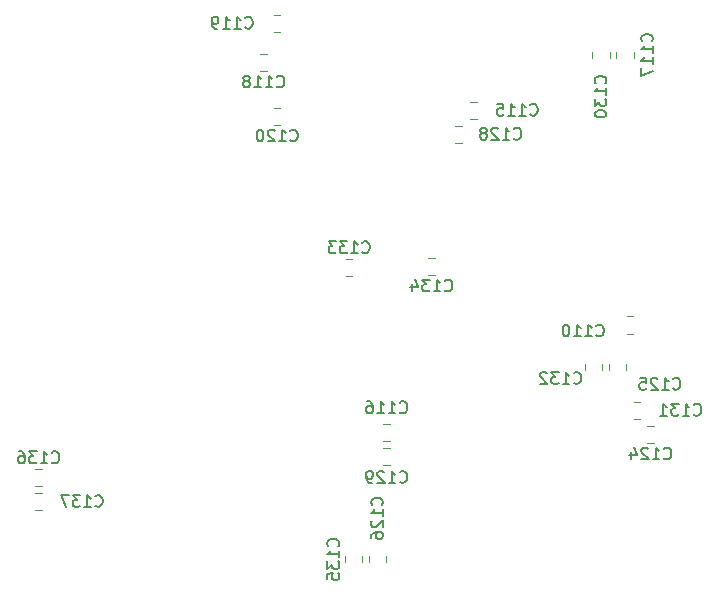
<source format=gbr>
%TF.GenerationSoftware,KiCad,Pcbnew,8.0.7*%
%TF.CreationDate,2024-12-25T18:39:50+01:00*%
%TF.ProjectId,33120a,33333132-3061-42e6-9b69-6361645f7063,rev?*%
%TF.SameCoordinates,Original*%
%TF.FileFunction,Legend,Bot*%
%TF.FilePolarity,Positive*%
%FSLAX46Y46*%
G04 Gerber Fmt 4.6, Leading zero omitted, Abs format (unit mm)*
G04 Created by KiCad (PCBNEW 8.0.7) date 2024-12-25 18:39:50*
%MOMM*%
%LPD*%
G01*
G04 APERTURE LIST*
%ADD10C,0.150000*%
%ADD11C,0.120000*%
G04 APERTURE END LIST*
D10*
X134977047Y-121771580D02*
X135024666Y-121819200D01*
X135024666Y-121819200D02*
X135167523Y-121866819D01*
X135167523Y-121866819D02*
X135262761Y-121866819D01*
X135262761Y-121866819D02*
X135405618Y-121819200D01*
X135405618Y-121819200D02*
X135500856Y-121723961D01*
X135500856Y-121723961D02*
X135548475Y-121628723D01*
X135548475Y-121628723D02*
X135596094Y-121438247D01*
X135596094Y-121438247D02*
X135596094Y-121295390D01*
X135596094Y-121295390D02*
X135548475Y-121104914D01*
X135548475Y-121104914D02*
X135500856Y-121009676D01*
X135500856Y-121009676D02*
X135405618Y-120914438D01*
X135405618Y-120914438D02*
X135262761Y-120866819D01*
X135262761Y-120866819D02*
X135167523Y-120866819D01*
X135167523Y-120866819D02*
X135024666Y-120914438D01*
X135024666Y-120914438D02*
X134977047Y-120962057D01*
X134024666Y-121866819D02*
X134596094Y-121866819D01*
X134310380Y-121866819D02*
X134310380Y-120866819D01*
X134310380Y-120866819D02*
X134405618Y-121009676D01*
X134405618Y-121009676D02*
X134500856Y-121104914D01*
X134500856Y-121104914D02*
X134596094Y-121152533D01*
X133643713Y-120962057D02*
X133596094Y-120914438D01*
X133596094Y-120914438D02*
X133500856Y-120866819D01*
X133500856Y-120866819D02*
X133262761Y-120866819D01*
X133262761Y-120866819D02*
X133167523Y-120914438D01*
X133167523Y-120914438D02*
X133119904Y-120962057D01*
X133119904Y-120962057D02*
X133072285Y-121057295D01*
X133072285Y-121057295D02*
X133072285Y-121152533D01*
X133072285Y-121152533D02*
X133119904Y-121295390D01*
X133119904Y-121295390D02*
X133691332Y-121866819D01*
X133691332Y-121866819D02*
X133072285Y-121866819D01*
X132596094Y-121866819D02*
X132405618Y-121866819D01*
X132405618Y-121866819D02*
X132310380Y-121819200D01*
X132310380Y-121819200D02*
X132262761Y-121771580D01*
X132262761Y-121771580D02*
X132167523Y-121628723D01*
X132167523Y-121628723D02*
X132119904Y-121438247D01*
X132119904Y-121438247D02*
X132119904Y-121057295D01*
X132119904Y-121057295D02*
X132167523Y-120962057D01*
X132167523Y-120962057D02*
X132215142Y-120914438D01*
X132215142Y-120914438D02*
X132310380Y-120866819D01*
X132310380Y-120866819D02*
X132500856Y-120866819D01*
X132500856Y-120866819D02*
X132596094Y-120914438D01*
X132596094Y-120914438D02*
X132643713Y-120962057D01*
X132643713Y-120962057D02*
X132691332Y-121057295D01*
X132691332Y-121057295D02*
X132691332Y-121295390D01*
X132691332Y-121295390D02*
X132643713Y-121390628D01*
X132643713Y-121390628D02*
X132596094Y-121438247D01*
X132596094Y-121438247D02*
X132500856Y-121485866D01*
X132500856Y-121485866D02*
X132310380Y-121485866D01*
X132310380Y-121485866D02*
X132215142Y-121438247D01*
X132215142Y-121438247D02*
X132167523Y-121390628D01*
X132167523Y-121390628D02*
X132119904Y-121295390D01*
X159869047Y-116056580D02*
X159916666Y-116104200D01*
X159916666Y-116104200D02*
X160059523Y-116151819D01*
X160059523Y-116151819D02*
X160154761Y-116151819D01*
X160154761Y-116151819D02*
X160297618Y-116104200D01*
X160297618Y-116104200D02*
X160392856Y-116008961D01*
X160392856Y-116008961D02*
X160440475Y-115913723D01*
X160440475Y-115913723D02*
X160488094Y-115723247D01*
X160488094Y-115723247D02*
X160488094Y-115580390D01*
X160488094Y-115580390D02*
X160440475Y-115389914D01*
X160440475Y-115389914D02*
X160392856Y-115294676D01*
X160392856Y-115294676D02*
X160297618Y-115199438D01*
X160297618Y-115199438D02*
X160154761Y-115151819D01*
X160154761Y-115151819D02*
X160059523Y-115151819D01*
X160059523Y-115151819D02*
X159916666Y-115199438D01*
X159916666Y-115199438D02*
X159869047Y-115247057D01*
X158916666Y-116151819D02*
X159488094Y-116151819D01*
X159202380Y-116151819D02*
X159202380Y-115151819D01*
X159202380Y-115151819D02*
X159297618Y-115294676D01*
X159297618Y-115294676D02*
X159392856Y-115389914D01*
X159392856Y-115389914D02*
X159488094Y-115437533D01*
X158583332Y-115151819D02*
X157964285Y-115151819D01*
X157964285Y-115151819D02*
X158297618Y-115532771D01*
X158297618Y-115532771D02*
X158154761Y-115532771D01*
X158154761Y-115532771D02*
X158059523Y-115580390D01*
X158059523Y-115580390D02*
X158011904Y-115628009D01*
X158011904Y-115628009D02*
X157964285Y-115723247D01*
X157964285Y-115723247D02*
X157964285Y-115961342D01*
X157964285Y-115961342D02*
X158011904Y-116056580D01*
X158011904Y-116056580D02*
X158059523Y-116104200D01*
X158059523Y-116104200D02*
X158154761Y-116151819D01*
X158154761Y-116151819D02*
X158440475Y-116151819D01*
X158440475Y-116151819D02*
X158535713Y-116104200D01*
X158535713Y-116104200D02*
X158583332Y-116056580D01*
X157011904Y-116151819D02*
X157583332Y-116151819D01*
X157297618Y-116151819D02*
X157297618Y-115151819D01*
X157297618Y-115151819D02*
X157392856Y-115294676D01*
X157392856Y-115294676D02*
X157488094Y-115389914D01*
X157488094Y-115389914D02*
X157583332Y-115437533D01*
X152378580Y-88034952D02*
X152426200Y-87987333D01*
X152426200Y-87987333D02*
X152473819Y-87844476D01*
X152473819Y-87844476D02*
X152473819Y-87749238D01*
X152473819Y-87749238D02*
X152426200Y-87606381D01*
X152426200Y-87606381D02*
X152330961Y-87511143D01*
X152330961Y-87511143D02*
X152235723Y-87463524D01*
X152235723Y-87463524D02*
X152045247Y-87415905D01*
X152045247Y-87415905D02*
X151902390Y-87415905D01*
X151902390Y-87415905D02*
X151711914Y-87463524D01*
X151711914Y-87463524D02*
X151616676Y-87511143D01*
X151616676Y-87511143D02*
X151521438Y-87606381D01*
X151521438Y-87606381D02*
X151473819Y-87749238D01*
X151473819Y-87749238D02*
X151473819Y-87844476D01*
X151473819Y-87844476D02*
X151521438Y-87987333D01*
X151521438Y-87987333D02*
X151569057Y-88034952D01*
X152473819Y-88987333D02*
X152473819Y-88415905D01*
X152473819Y-88701619D02*
X151473819Y-88701619D01*
X151473819Y-88701619D02*
X151616676Y-88606381D01*
X151616676Y-88606381D02*
X151711914Y-88511143D01*
X151711914Y-88511143D02*
X151759533Y-88415905D01*
X151473819Y-89320667D02*
X151473819Y-89939714D01*
X151473819Y-89939714D02*
X151854771Y-89606381D01*
X151854771Y-89606381D02*
X151854771Y-89749238D01*
X151854771Y-89749238D02*
X151902390Y-89844476D01*
X151902390Y-89844476D02*
X151950009Y-89892095D01*
X151950009Y-89892095D02*
X152045247Y-89939714D01*
X152045247Y-89939714D02*
X152283342Y-89939714D01*
X152283342Y-89939714D02*
X152378580Y-89892095D01*
X152378580Y-89892095D02*
X152426200Y-89844476D01*
X152426200Y-89844476D02*
X152473819Y-89749238D01*
X152473819Y-89749238D02*
X152473819Y-89463524D01*
X152473819Y-89463524D02*
X152426200Y-89368286D01*
X152426200Y-89368286D02*
X152378580Y-89320667D01*
X151473819Y-90558762D02*
X151473819Y-90654000D01*
X151473819Y-90654000D02*
X151521438Y-90749238D01*
X151521438Y-90749238D02*
X151569057Y-90796857D01*
X151569057Y-90796857D02*
X151664295Y-90844476D01*
X151664295Y-90844476D02*
X151854771Y-90892095D01*
X151854771Y-90892095D02*
X152092866Y-90892095D01*
X152092866Y-90892095D02*
X152283342Y-90844476D01*
X152283342Y-90844476D02*
X152378580Y-90796857D01*
X152378580Y-90796857D02*
X152426200Y-90749238D01*
X152426200Y-90749238D02*
X152473819Y-90654000D01*
X152473819Y-90654000D02*
X152473819Y-90558762D01*
X152473819Y-90558762D02*
X152426200Y-90463524D01*
X152426200Y-90463524D02*
X152378580Y-90415905D01*
X152378580Y-90415905D02*
X152283342Y-90368286D01*
X152283342Y-90368286D02*
X152092866Y-90320667D01*
X152092866Y-90320667D02*
X151854771Y-90320667D01*
X151854771Y-90320667D02*
X151664295Y-90368286D01*
X151664295Y-90368286D02*
X151569057Y-90415905D01*
X151569057Y-90415905D02*
X151521438Y-90463524D01*
X151521438Y-90463524D02*
X151473819Y-90558762D01*
X146026047Y-90656580D02*
X146073666Y-90704200D01*
X146073666Y-90704200D02*
X146216523Y-90751819D01*
X146216523Y-90751819D02*
X146311761Y-90751819D01*
X146311761Y-90751819D02*
X146454618Y-90704200D01*
X146454618Y-90704200D02*
X146549856Y-90608961D01*
X146549856Y-90608961D02*
X146597475Y-90513723D01*
X146597475Y-90513723D02*
X146645094Y-90323247D01*
X146645094Y-90323247D02*
X146645094Y-90180390D01*
X146645094Y-90180390D02*
X146597475Y-89989914D01*
X146597475Y-89989914D02*
X146549856Y-89894676D01*
X146549856Y-89894676D02*
X146454618Y-89799438D01*
X146454618Y-89799438D02*
X146311761Y-89751819D01*
X146311761Y-89751819D02*
X146216523Y-89751819D01*
X146216523Y-89751819D02*
X146073666Y-89799438D01*
X146073666Y-89799438D02*
X146026047Y-89847057D01*
X145073666Y-90751819D02*
X145645094Y-90751819D01*
X145359380Y-90751819D02*
X145359380Y-89751819D01*
X145359380Y-89751819D02*
X145454618Y-89894676D01*
X145454618Y-89894676D02*
X145549856Y-89989914D01*
X145549856Y-89989914D02*
X145645094Y-90037533D01*
X144121285Y-90751819D02*
X144692713Y-90751819D01*
X144406999Y-90751819D02*
X144406999Y-89751819D01*
X144406999Y-89751819D02*
X144502237Y-89894676D01*
X144502237Y-89894676D02*
X144597475Y-89989914D01*
X144597475Y-89989914D02*
X144692713Y-90037533D01*
X143216523Y-89751819D02*
X143692713Y-89751819D01*
X143692713Y-89751819D02*
X143740332Y-90228009D01*
X143740332Y-90228009D02*
X143692713Y-90180390D01*
X143692713Y-90180390D02*
X143597475Y-90132771D01*
X143597475Y-90132771D02*
X143359380Y-90132771D01*
X143359380Y-90132771D02*
X143264142Y-90180390D01*
X143264142Y-90180390D02*
X143216523Y-90228009D01*
X143216523Y-90228009D02*
X143168904Y-90323247D01*
X143168904Y-90323247D02*
X143168904Y-90561342D01*
X143168904Y-90561342D02*
X143216523Y-90656580D01*
X143216523Y-90656580D02*
X143264142Y-90704200D01*
X143264142Y-90704200D02*
X143359380Y-90751819D01*
X143359380Y-90751819D02*
X143597475Y-90751819D01*
X143597475Y-90751819D02*
X143692713Y-90704200D01*
X143692713Y-90704200D02*
X143740332Y-90656580D01*
X157329047Y-119768580D02*
X157376666Y-119816200D01*
X157376666Y-119816200D02*
X157519523Y-119863819D01*
X157519523Y-119863819D02*
X157614761Y-119863819D01*
X157614761Y-119863819D02*
X157757618Y-119816200D01*
X157757618Y-119816200D02*
X157852856Y-119720961D01*
X157852856Y-119720961D02*
X157900475Y-119625723D01*
X157900475Y-119625723D02*
X157948094Y-119435247D01*
X157948094Y-119435247D02*
X157948094Y-119292390D01*
X157948094Y-119292390D02*
X157900475Y-119101914D01*
X157900475Y-119101914D02*
X157852856Y-119006676D01*
X157852856Y-119006676D02*
X157757618Y-118911438D01*
X157757618Y-118911438D02*
X157614761Y-118863819D01*
X157614761Y-118863819D02*
X157519523Y-118863819D01*
X157519523Y-118863819D02*
X157376666Y-118911438D01*
X157376666Y-118911438D02*
X157329047Y-118959057D01*
X156376666Y-119863819D02*
X156948094Y-119863819D01*
X156662380Y-119863819D02*
X156662380Y-118863819D01*
X156662380Y-118863819D02*
X156757618Y-119006676D01*
X156757618Y-119006676D02*
X156852856Y-119101914D01*
X156852856Y-119101914D02*
X156948094Y-119149533D01*
X155995713Y-118959057D02*
X155948094Y-118911438D01*
X155948094Y-118911438D02*
X155852856Y-118863819D01*
X155852856Y-118863819D02*
X155614761Y-118863819D01*
X155614761Y-118863819D02*
X155519523Y-118911438D01*
X155519523Y-118911438D02*
X155471904Y-118959057D01*
X155471904Y-118959057D02*
X155424285Y-119054295D01*
X155424285Y-119054295D02*
X155424285Y-119149533D01*
X155424285Y-119149533D02*
X155471904Y-119292390D01*
X155471904Y-119292390D02*
X156043332Y-119863819D01*
X156043332Y-119863819D02*
X155424285Y-119863819D01*
X154567142Y-119197152D02*
X154567142Y-119863819D01*
X154805237Y-118816200D02*
X155043332Y-119530485D01*
X155043332Y-119530485D02*
X154424285Y-119530485D01*
X151619047Y-109359580D02*
X151666666Y-109407200D01*
X151666666Y-109407200D02*
X151809523Y-109454819D01*
X151809523Y-109454819D02*
X151904761Y-109454819D01*
X151904761Y-109454819D02*
X152047618Y-109407200D01*
X152047618Y-109407200D02*
X152142856Y-109311961D01*
X152142856Y-109311961D02*
X152190475Y-109216723D01*
X152190475Y-109216723D02*
X152238094Y-109026247D01*
X152238094Y-109026247D02*
X152238094Y-108883390D01*
X152238094Y-108883390D02*
X152190475Y-108692914D01*
X152190475Y-108692914D02*
X152142856Y-108597676D01*
X152142856Y-108597676D02*
X152047618Y-108502438D01*
X152047618Y-108502438D02*
X151904761Y-108454819D01*
X151904761Y-108454819D02*
X151809523Y-108454819D01*
X151809523Y-108454819D02*
X151666666Y-108502438D01*
X151666666Y-108502438D02*
X151619047Y-108550057D01*
X150666666Y-109454819D02*
X151238094Y-109454819D01*
X150952380Y-109454819D02*
X150952380Y-108454819D01*
X150952380Y-108454819D02*
X151047618Y-108597676D01*
X151047618Y-108597676D02*
X151142856Y-108692914D01*
X151142856Y-108692914D02*
X151238094Y-108740533D01*
X149714285Y-109454819D02*
X150285713Y-109454819D01*
X149999999Y-109454819D02*
X149999999Y-108454819D01*
X149999999Y-108454819D02*
X150095237Y-108597676D01*
X150095237Y-108597676D02*
X150190475Y-108692914D01*
X150190475Y-108692914D02*
X150285713Y-108740533D01*
X149095237Y-108454819D02*
X148999999Y-108454819D01*
X148999999Y-108454819D02*
X148904761Y-108502438D01*
X148904761Y-108502438D02*
X148857142Y-108550057D01*
X148857142Y-108550057D02*
X148809523Y-108645295D01*
X148809523Y-108645295D02*
X148761904Y-108835771D01*
X148761904Y-108835771D02*
X148761904Y-109073866D01*
X148761904Y-109073866D02*
X148809523Y-109264342D01*
X148809523Y-109264342D02*
X148857142Y-109359580D01*
X148857142Y-109359580D02*
X148904761Y-109407200D01*
X148904761Y-109407200D02*
X148999999Y-109454819D01*
X148999999Y-109454819D02*
X149095237Y-109454819D01*
X149095237Y-109454819D02*
X149190475Y-109407200D01*
X149190475Y-109407200D02*
X149238094Y-109359580D01*
X149238094Y-109359580D02*
X149285713Y-109264342D01*
X149285713Y-109264342D02*
X149333332Y-109073866D01*
X149333332Y-109073866D02*
X149333332Y-108835771D01*
X149333332Y-108835771D02*
X149285713Y-108645295D01*
X149285713Y-108645295D02*
X149238094Y-108550057D01*
X149238094Y-108550057D02*
X149190475Y-108502438D01*
X149190475Y-108502438D02*
X149095237Y-108454819D01*
X125706047Y-92844580D02*
X125753666Y-92892200D01*
X125753666Y-92892200D02*
X125896523Y-92939819D01*
X125896523Y-92939819D02*
X125991761Y-92939819D01*
X125991761Y-92939819D02*
X126134618Y-92892200D01*
X126134618Y-92892200D02*
X126229856Y-92796961D01*
X126229856Y-92796961D02*
X126277475Y-92701723D01*
X126277475Y-92701723D02*
X126325094Y-92511247D01*
X126325094Y-92511247D02*
X126325094Y-92368390D01*
X126325094Y-92368390D02*
X126277475Y-92177914D01*
X126277475Y-92177914D02*
X126229856Y-92082676D01*
X126229856Y-92082676D02*
X126134618Y-91987438D01*
X126134618Y-91987438D02*
X125991761Y-91939819D01*
X125991761Y-91939819D02*
X125896523Y-91939819D01*
X125896523Y-91939819D02*
X125753666Y-91987438D01*
X125753666Y-91987438D02*
X125706047Y-92035057D01*
X124753666Y-92939819D02*
X125325094Y-92939819D01*
X125039380Y-92939819D02*
X125039380Y-91939819D01*
X125039380Y-91939819D02*
X125134618Y-92082676D01*
X125134618Y-92082676D02*
X125229856Y-92177914D01*
X125229856Y-92177914D02*
X125325094Y-92225533D01*
X124372713Y-92035057D02*
X124325094Y-91987438D01*
X124325094Y-91987438D02*
X124229856Y-91939819D01*
X124229856Y-91939819D02*
X123991761Y-91939819D01*
X123991761Y-91939819D02*
X123896523Y-91987438D01*
X123896523Y-91987438D02*
X123848904Y-92035057D01*
X123848904Y-92035057D02*
X123801285Y-92130295D01*
X123801285Y-92130295D02*
X123801285Y-92225533D01*
X123801285Y-92225533D02*
X123848904Y-92368390D01*
X123848904Y-92368390D02*
X124420332Y-92939819D01*
X124420332Y-92939819D02*
X123801285Y-92939819D01*
X123182237Y-91939819D02*
X123086999Y-91939819D01*
X123086999Y-91939819D02*
X122991761Y-91987438D01*
X122991761Y-91987438D02*
X122944142Y-92035057D01*
X122944142Y-92035057D02*
X122896523Y-92130295D01*
X122896523Y-92130295D02*
X122848904Y-92320771D01*
X122848904Y-92320771D02*
X122848904Y-92558866D01*
X122848904Y-92558866D02*
X122896523Y-92749342D01*
X122896523Y-92749342D02*
X122944142Y-92844580D01*
X122944142Y-92844580D02*
X122991761Y-92892200D01*
X122991761Y-92892200D02*
X123086999Y-92939819D01*
X123086999Y-92939819D02*
X123182237Y-92939819D01*
X123182237Y-92939819D02*
X123277475Y-92892200D01*
X123277475Y-92892200D02*
X123325094Y-92844580D01*
X123325094Y-92844580D02*
X123372713Y-92749342D01*
X123372713Y-92749342D02*
X123420332Y-92558866D01*
X123420332Y-92558866D02*
X123420332Y-92320771D01*
X123420332Y-92320771D02*
X123372713Y-92130295D01*
X123372713Y-92130295D02*
X123325094Y-92035057D01*
X123325094Y-92035057D02*
X123277475Y-91987438D01*
X123277475Y-91987438D02*
X123182237Y-91939819D01*
X138787047Y-105544580D02*
X138834666Y-105592200D01*
X138834666Y-105592200D02*
X138977523Y-105639819D01*
X138977523Y-105639819D02*
X139072761Y-105639819D01*
X139072761Y-105639819D02*
X139215618Y-105592200D01*
X139215618Y-105592200D02*
X139310856Y-105496961D01*
X139310856Y-105496961D02*
X139358475Y-105401723D01*
X139358475Y-105401723D02*
X139406094Y-105211247D01*
X139406094Y-105211247D02*
X139406094Y-105068390D01*
X139406094Y-105068390D02*
X139358475Y-104877914D01*
X139358475Y-104877914D02*
X139310856Y-104782676D01*
X139310856Y-104782676D02*
X139215618Y-104687438D01*
X139215618Y-104687438D02*
X139072761Y-104639819D01*
X139072761Y-104639819D02*
X138977523Y-104639819D01*
X138977523Y-104639819D02*
X138834666Y-104687438D01*
X138834666Y-104687438D02*
X138787047Y-104735057D01*
X137834666Y-105639819D02*
X138406094Y-105639819D01*
X138120380Y-105639819D02*
X138120380Y-104639819D01*
X138120380Y-104639819D02*
X138215618Y-104782676D01*
X138215618Y-104782676D02*
X138310856Y-104877914D01*
X138310856Y-104877914D02*
X138406094Y-104925533D01*
X137501332Y-104639819D02*
X136882285Y-104639819D01*
X136882285Y-104639819D02*
X137215618Y-105020771D01*
X137215618Y-105020771D02*
X137072761Y-105020771D01*
X137072761Y-105020771D02*
X136977523Y-105068390D01*
X136977523Y-105068390D02*
X136929904Y-105116009D01*
X136929904Y-105116009D02*
X136882285Y-105211247D01*
X136882285Y-105211247D02*
X136882285Y-105449342D01*
X136882285Y-105449342D02*
X136929904Y-105544580D01*
X136929904Y-105544580D02*
X136977523Y-105592200D01*
X136977523Y-105592200D02*
X137072761Y-105639819D01*
X137072761Y-105639819D02*
X137358475Y-105639819D01*
X137358475Y-105639819D02*
X137453713Y-105592200D01*
X137453713Y-105592200D02*
X137501332Y-105544580D01*
X136025142Y-104973152D02*
X136025142Y-105639819D01*
X136263237Y-104592200D02*
X136501332Y-105306485D01*
X136501332Y-105306485D02*
X135882285Y-105306485D01*
X105513047Y-120091580D02*
X105560666Y-120139200D01*
X105560666Y-120139200D02*
X105703523Y-120186819D01*
X105703523Y-120186819D02*
X105798761Y-120186819D01*
X105798761Y-120186819D02*
X105941618Y-120139200D01*
X105941618Y-120139200D02*
X106036856Y-120043961D01*
X106036856Y-120043961D02*
X106084475Y-119948723D01*
X106084475Y-119948723D02*
X106132094Y-119758247D01*
X106132094Y-119758247D02*
X106132094Y-119615390D01*
X106132094Y-119615390D02*
X106084475Y-119424914D01*
X106084475Y-119424914D02*
X106036856Y-119329676D01*
X106036856Y-119329676D02*
X105941618Y-119234438D01*
X105941618Y-119234438D02*
X105798761Y-119186819D01*
X105798761Y-119186819D02*
X105703523Y-119186819D01*
X105703523Y-119186819D02*
X105560666Y-119234438D01*
X105560666Y-119234438D02*
X105513047Y-119282057D01*
X104560666Y-120186819D02*
X105132094Y-120186819D01*
X104846380Y-120186819D02*
X104846380Y-119186819D01*
X104846380Y-119186819D02*
X104941618Y-119329676D01*
X104941618Y-119329676D02*
X105036856Y-119424914D01*
X105036856Y-119424914D02*
X105132094Y-119472533D01*
X104227332Y-119186819D02*
X103608285Y-119186819D01*
X103608285Y-119186819D02*
X103941618Y-119567771D01*
X103941618Y-119567771D02*
X103798761Y-119567771D01*
X103798761Y-119567771D02*
X103703523Y-119615390D01*
X103703523Y-119615390D02*
X103655904Y-119663009D01*
X103655904Y-119663009D02*
X103608285Y-119758247D01*
X103608285Y-119758247D02*
X103608285Y-119996342D01*
X103608285Y-119996342D02*
X103655904Y-120091580D01*
X103655904Y-120091580D02*
X103703523Y-120139200D01*
X103703523Y-120139200D02*
X103798761Y-120186819D01*
X103798761Y-120186819D02*
X104084475Y-120186819D01*
X104084475Y-120186819D02*
X104179713Y-120139200D01*
X104179713Y-120139200D02*
X104227332Y-120091580D01*
X102751142Y-119186819D02*
X102941618Y-119186819D01*
X102941618Y-119186819D02*
X103036856Y-119234438D01*
X103036856Y-119234438D02*
X103084475Y-119282057D01*
X103084475Y-119282057D02*
X103179713Y-119424914D01*
X103179713Y-119424914D02*
X103227332Y-119615390D01*
X103227332Y-119615390D02*
X103227332Y-119996342D01*
X103227332Y-119996342D02*
X103179713Y-120091580D01*
X103179713Y-120091580D02*
X103132094Y-120139200D01*
X103132094Y-120139200D02*
X103036856Y-120186819D01*
X103036856Y-120186819D02*
X102846380Y-120186819D01*
X102846380Y-120186819D02*
X102751142Y-120139200D01*
X102751142Y-120139200D02*
X102703523Y-120091580D01*
X102703523Y-120091580D02*
X102655904Y-119996342D01*
X102655904Y-119996342D02*
X102655904Y-119758247D01*
X102655904Y-119758247D02*
X102703523Y-119663009D01*
X102703523Y-119663009D02*
X102751142Y-119615390D01*
X102751142Y-119615390D02*
X102846380Y-119567771D01*
X102846380Y-119567771D02*
X103036856Y-119567771D01*
X103036856Y-119567771D02*
X103132094Y-119615390D01*
X103132094Y-119615390D02*
X103179713Y-119663009D01*
X103179713Y-119663009D02*
X103227332Y-119758247D01*
X149709047Y-113389580D02*
X149756666Y-113437200D01*
X149756666Y-113437200D02*
X149899523Y-113484819D01*
X149899523Y-113484819D02*
X149994761Y-113484819D01*
X149994761Y-113484819D02*
X150137618Y-113437200D01*
X150137618Y-113437200D02*
X150232856Y-113341961D01*
X150232856Y-113341961D02*
X150280475Y-113246723D01*
X150280475Y-113246723D02*
X150328094Y-113056247D01*
X150328094Y-113056247D02*
X150328094Y-112913390D01*
X150328094Y-112913390D02*
X150280475Y-112722914D01*
X150280475Y-112722914D02*
X150232856Y-112627676D01*
X150232856Y-112627676D02*
X150137618Y-112532438D01*
X150137618Y-112532438D02*
X149994761Y-112484819D01*
X149994761Y-112484819D02*
X149899523Y-112484819D01*
X149899523Y-112484819D02*
X149756666Y-112532438D01*
X149756666Y-112532438D02*
X149709047Y-112580057D01*
X148756666Y-113484819D02*
X149328094Y-113484819D01*
X149042380Y-113484819D02*
X149042380Y-112484819D01*
X149042380Y-112484819D02*
X149137618Y-112627676D01*
X149137618Y-112627676D02*
X149232856Y-112722914D01*
X149232856Y-112722914D02*
X149328094Y-112770533D01*
X148423332Y-112484819D02*
X147804285Y-112484819D01*
X147804285Y-112484819D02*
X148137618Y-112865771D01*
X148137618Y-112865771D02*
X147994761Y-112865771D01*
X147994761Y-112865771D02*
X147899523Y-112913390D01*
X147899523Y-112913390D02*
X147851904Y-112961009D01*
X147851904Y-112961009D02*
X147804285Y-113056247D01*
X147804285Y-113056247D02*
X147804285Y-113294342D01*
X147804285Y-113294342D02*
X147851904Y-113389580D01*
X147851904Y-113389580D02*
X147899523Y-113437200D01*
X147899523Y-113437200D02*
X147994761Y-113484819D01*
X147994761Y-113484819D02*
X148280475Y-113484819D01*
X148280475Y-113484819D02*
X148375713Y-113437200D01*
X148375713Y-113437200D02*
X148423332Y-113389580D01*
X147423332Y-112580057D02*
X147375713Y-112532438D01*
X147375713Y-112532438D02*
X147280475Y-112484819D01*
X147280475Y-112484819D02*
X147042380Y-112484819D01*
X147042380Y-112484819D02*
X146947142Y-112532438D01*
X146947142Y-112532438D02*
X146899523Y-112580057D01*
X146899523Y-112580057D02*
X146851904Y-112675295D01*
X146851904Y-112675295D02*
X146851904Y-112770533D01*
X146851904Y-112770533D02*
X146899523Y-112913390D01*
X146899523Y-112913390D02*
X147470951Y-113484819D01*
X147470951Y-113484819D02*
X146851904Y-113484819D01*
X121896047Y-83290580D02*
X121943666Y-83338200D01*
X121943666Y-83338200D02*
X122086523Y-83385819D01*
X122086523Y-83385819D02*
X122181761Y-83385819D01*
X122181761Y-83385819D02*
X122324618Y-83338200D01*
X122324618Y-83338200D02*
X122419856Y-83242961D01*
X122419856Y-83242961D02*
X122467475Y-83147723D01*
X122467475Y-83147723D02*
X122515094Y-82957247D01*
X122515094Y-82957247D02*
X122515094Y-82814390D01*
X122515094Y-82814390D02*
X122467475Y-82623914D01*
X122467475Y-82623914D02*
X122419856Y-82528676D01*
X122419856Y-82528676D02*
X122324618Y-82433438D01*
X122324618Y-82433438D02*
X122181761Y-82385819D01*
X122181761Y-82385819D02*
X122086523Y-82385819D01*
X122086523Y-82385819D02*
X121943666Y-82433438D01*
X121943666Y-82433438D02*
X121896047Y-82481057D01*
X120943666Y-83385819D02*
X121515094Y-83385819D01*
X121229380Y-83385819D02*
X121229380Y-82385819D01*
X121229380Y-82385819D02*
X121324618Y-82528676D01*
X121324618Y-82528676D02*
X121419856Y-82623914D01*
X121419856Y-82623914D02*
X121515094Y-82671533D01*
X119991285Y-83385819D02*
X120562713Y-83385819D01*
X120276999Y-83385819D02*
X120276999Y-82385819D01*
X120276999Y-82385819D02*
X120372237Y-82528676D01*
X120372237Y-82528676D02*
X120467475Y-82623914D01*
X120467475Y-82623914D02*
X120562713Y-82671533D01*
X119515094Y-83385819D02*
X119324618Y-83385819D01*
X119324618Y-83385819D02*
X119229380Y-83338200D01*
X119229380Y-83338200D02*
X119181761Y-83290580D01*
X119181761Y-83290580D02*
X119086523Y-83147723D01*
X119086523Y-83147723D02*
X119038904Y-82957247D01*
X119038904Y-82957247D02*
X119038904Y-82576295D01*
X119038904Y-82576295D02*
X119086523Y-82481057D01*
X119086523Y-82481057D02*
X119134142Y-82433438D01*
X119134142Y-82433438D02*
X119229380Y-82385819D01*
X119229380Y-82385819D02*
X119419856Y-82385819D01*
X119419856Y-82385819D02*
X119515094Y-82433438D01*
X119515094Y-82433438D02*
X119562713Y-82481057D01*
X119562713Y-82481057D02*
X119610332Y-82576295D01*
X119610332Y-82576295D02*
X119610332Y-82814390D01*
X119610332Y-82814390D02*
X119562713Y-82909628D01*
X119562713Y-82909628D02*
X119515094Y-82957247D01*
X119515094Y-82957247D02*
X119419856Y-83004866D01*
X119419856Y-83004866D02*
X119229380Y-83004866D01*
X119229380Y-83004866D02*
X119134142Y-82957247D01*
X119134142Y-82957247D02*
X119086523Y-82909628D01*
X119086523Y-82909628D02*
X119038904Y-82814390D01*
X109196047Y-123803580D02*
X109243666Y-123851200D01*
X109243666Y-123851200D02*
X109386523Y-123898819D01*
X109386523Y-123898819D02*
X109481761Y-123898819D01*
X109481761Y-123898819D02*
X109624618Y-123851200D01*
X109624618Y-123851200D02*
X109719856Y-123755961D01*
X109719856Y-123755961D02*
X109767475Y-123660723D01*
X109767475Y-123660723D02*
X109815094Y-123470247D01*
X109815094Y-123470247D02*
X109815094Y-123327390D01*
X109815094Y-123327390D02*
X109767475Y-123136914D01*
X109767475Y-123136914D02*
X109719856Y-123041676D01*
X109719856Y-123041676D02*
X109624618Y-122946438D01*
X109624618Y-122946438D02*
X109481761Y-122898819D01*
X109481761Y-122898819D02*
X109386523Y-122898819D01*
X109386523Y-122898819D02*
X109243666Y-122946438D01*
X109243666Y-122946438D02*
X109196047Y-122994057D01*
X108243666Y-123898819D02*
X108815094Y-123898819D01*
X108529380Y-123898819D02*
X108529380Y-122898819D01*
X108529380Y-122898819D02*
X108624618Y-123041676D01*
X108624618Y-123041676D02*
X108719856Y-123136914D01*
X108719856Y-123136914D02*
X108815094Y-123184533D01*
X107910332Y-122898819D02*
X107291285Y-122898819D01*
X107291285Y-122898819D02*
X107624618Y-123279771D01*
X107624618Y-123279771D02*
X107481761Y-123279771D01*
X107481761Y-123279771D02*
X107386523Y-123327390D01*
X107386523Y-123327390D02*
X107338904Y-123375009D01*
X107338904Y-123375009D02*
X107291285Y-123470247D01*
X107291285Y-123470247D02*
X107291285Y-123708342D01*
X107291285Y-123708342D02*
X107338904Y-123803580D01*
X107338904Y-123803580D02*
X107386523Y-123851200D01*
X107386523Y-123851200D02*
X107481761Y-123898819D01*
X107481761Y-123898819D02*
X107767475Y-123898819D01*
X107767475Y-123898819D02*
X107862713Y-123851200D01*
X107862713Y-123851200D02*
X107910332Y-123803580D01*
X106957951Y-122898819D02*
X106291285Y-122898819D01*
X106291285Y-122898819D02*
X106719856Y-123898819D01*
X124563047Y-88272580D02*
X124610666Y-88320200D01*
X124610666Y-88320200D02*
X124753523Y-88367819D01*
X124753523Y-88367819D02*
X124848761Y-88367819D01*
X124848761Y-88367819D02*
X124991618Y-88320200D01*
X124991618Y-88320200D02*
X125086856Y-88224961D01*
X125086856Y-88224961D02*
X125134475Y-88129723D01*
X125134475Y-88129723D02*
X125182094Y-87939247D01*
X125182094Y-87939247D02*
X125182094Y-87796390D01*
X125182094Y-87796390D02*
X125134475Y-87605914D01*
X125134475Y-87605914D02*
X125086856Y-87510676D01*
X125086856Y-87510676D02*
X124991618Y-87415438D01*
X124991618Y-87415438D02*
X124848761Y-87367819D01*
X124848761Y-87367819D02*
X124753523Y-87367819D01*
X124753523Y-87367819D02*
X124610666Y-87415438D01*
X124610666Y-87415438D02*
X124563047Y-87463057D01*
X123610666Y-88367819D02*
X124182094Y-88367819D01*
X123896380Y-88367819D02*
X123896380Y-87367819D01*
X123896380Y-87367819D02*
X123991618Y-87510676D01*
X123991618Y-87510676D02*
X124086856Y-87605914D01*
X124086856Y-87605914D02*
X124182094Y-87653533D01*
X122658285Y-88367819D02*
X123229713Y-88367819D01*
X122943999Y-88367819D02*
X122943999Y-87367819D01*
X122943999Y-87367819D02*
X123039237Y-87510676D01*
X123039237Y-87510676D02*
X123134475Y-87605914D01*
X123134475Y-87605914D02*
X123229713Y-87653533D01*
X122086856Y-87796390D02*
X122182094Y-87748771D01*
X122182094Y-87748771D02*
X122229713Y-87701152D01*
X122229713Y-87701152D02*
X122277332Y-87605914D01*
X122277332Y-87605914D02*
X122277332Y-87558295D01*
X122277332Y-87558295D02*
X122229713Y-87463057D01*
X122229713Y-87463057D02*
X122182094Y-87415438D01*
X122182094Y-87415438D02*
X122086856Y-87367819D01*
X122086856Y-87367819D02*
X121896380Y-87367819D01*
X121896380Y-87367819D02*
X121801142Y-87415438D01*
X121801142Y-87415438D02*
X121753523Y-87463057D01*
X121753523Y-87463057D02*
X121705904Y-87558295D01*
X121705904Y-87558295D02*
X121705904Y-87605914D01*
X121705904Y-87605914D02*
X121753523Y-87701152D01*
X121753523Y-87701152D02*
X121801142Y-87748771D01*
X121801142Y-87748771D02*
X121896380Y-87796390D01*
X121896380Y-87796390D02*
X122086856Y-87796390D01*
X122086856Y-87796390D02*
X122182094Y-87844009D01*
X122182094Y-87844009D02*
X122229713Y-87891628D01*
X122229713Y-87891628D02*
X122277332Y-87986866D01*
X122277332Y-87986866D02*
X122277332Y-88177342D01*
X122277332Y-88177342D02*
X122229713Y-88272580D01*
X122229713Y-88272580D02*
X122182094Y-88320200D01*
X122182094Y-88320200D02*
X122086856Y-88367819D01*
X122086856Y-88367819D02*
X121896380Y-88367819D01*
X121896380Y-88367819D02*
X121801142Y-88320200D01*
X121801142Y-88320200D02*
X121753523Y-88272580D01*
X121753523Y-88272580D02*
X121705904Y-88177342D01*
X121705904Y-88177342D02*
X121705904Y-87986866D01*
X121705904Y-87986866D02*
X121753523Y-87891628D01*
X121753523Y-87891628D02*
X121801142Y-87844009D01*
X121801142Y-87844009D02*
X121896380Y-87796390D01*
X133455580Y-123721952D02*
X133503200Y-123674333D01*
X133503200Y-123674333D02*
X133550819Y-123531476D01*
X133550819Y-123531476D02*
X133550819Y-123436238D01*
X133550819Y-123436238D02*
X133503200Y-123293381D01*
X133503200Y-123293381D02*
X133407961Y-123198143D01*
X133407961Y-123198143D02*
X133312723Y-123150524D01*
X133312723Y-123150524D02*
X133122247Y-123102905D01*
X133122247Y-123102905D02*
X132979390Y-123102905D01*
X132979390Y-123102905D02*
X132788914Y-123150524D01*
X132788914Y-123150524D02*
X132693676Y-123198143D01*
X132693676Y-123198143D02*
X132598438Y-123293381D01*
X132598438Y-123293381D02*
X132550819Y-123436238D01*
X132550819Y-123436238D02*
X132550819Y-123531476D01*
X132550819Y-123531476D02*
X132598438Y-123674333D01*
X132598438Y-123674333D02*
X132646057Y-123721952D01*
X133550819Y-124674333D02*
X133550819Y-124102905D01*
X133550819Y-124388619D02*
X132550819Y-124388619D01*
X132550819Y-124388619D02*
X132693676Y-124293381D01*
X132693676Y-124293381D02*
X132788914Y-124198143D01*
X132788914Y-124198143D02*
X132836533Y-124102905D01*
X132646057Y-125055286D02*
X132598438Y-125102905D01*
X132598438Y-125102905D02*
X132550819Y-125198143D01*
X132550819Y-125198143D02*
X132550819Y-125436238D01*
X132550819Y-125436238D02*
X132598438Y-125531476D01*
X132598438Y-125531476D02*
X132646057Y-125579095D01*
X132646057Y-125579095D02*
X132741295Y-125626714D01*
X132741295Y-125626714D02*
X132836533Y-125626714D01*
X132836533Y-125626714D02*
X132979390Y-125579095D01*
X132979390Y-125579095D02*
X133550819Y-125007667D01*
X133550819Y-125007667D02*
X133550819Y-125626714D01*
X132550819Y-126483857D02*
X132550819Y-126293381D01*
X132550819Y-126293381D02*
X132598438Y-126198143D01*
X132598438Y-126198143D02*
X132646057Y-126150524D01*
X132646057Y-126150524D02*
X132788914Y-126055286D01*
X132788914Y-126055286D02*
X132979390Y-126007667D01*
X132979390Y-126007667D02*
X133360342Y-126007667D01*
X133360342Y-126007667D02*
X133455580Y-126055286D01*
X133455580Y-126055286D02*
X133503200Y-126102905D01*
X133503200Y-126102905D02*
X133550819Y-126198143D01*
X133550819Y-126198143D02*
X133550819Y-126388619D01*
X133550819Y-126388619D02*
X133503200Y-126483857D01*
X133503200Y-126483857D02*
X133455580Y-126531476D01*
X133455580Y-126531476D02*
X133360342Y-126579095D01*
X133360342Y-126579095D02*
X133122247Y-126579095D01*
X133122247Y-126579095D02*
X133027009Y-126531476D01*
X133027009Y-126531476D02*
X132979390Y-126483857D01*
X132979390Y-126483857D02*
X132931771Y-126388619D01*
X132931771Y-126388619D02*
X132931771Y-126198143D01*
X132931771Y-126198143D02*
X132979390Y-126102905D01*
X132979390Y-126102905D02*
X133027009Y-126055286D01*
X133027009Y-126055286D02*
X133122247Y-126007667D01*
X156315580Y-84478952D02*
X156363200Y-84431333D01*
X156363200Y-84431333D02*
X156410819Y-84288476D01*
X156410819Y-84288476D02*
X156410819Y-84193238D01*
X156410819Y-84193238D02*
X156363200Y-84050381D01*
X156363200Y-84050381D02*
X156267961Y-83955143D01*
X156267961Y-83955143D02*
X156172723Y-83907524D01*
X156172723Y-83907524D02*
X155982247Y-83859905D01*
X155982247Y-83859905D02*
X155839390Y-83859905D01*
X155839390Y-83859905D02*
X155648914Y-83907524D01*
X155648914Y-83907524D02*
X155553676Y-83955143D01*
X155553676Y-83955143D02*
X155458438Y-84050381D01*
X155458438Y-84050381D02*
X155410819Y-84193238D01*
X155410819Y-84193238D02*
X155410819Y-84288476D01*
X155410819Y-84288476D02*
X155458438Y-84431333D01*
X155458438Y-84431333D02*
X155506057Y-84478952D01*
X156410819Y-85431333D02*
X156410819Y-84859905D01*
X156410819Y-85145619D02*
X155410819Y-85145619D01*
X155410819Y-85145619D02*
X155553676Y-85050381D01*
X155553676Y-85050381D02*
X155648914Y-84955143D01*
X155648914Y-84955143D02*
X155696533Y-84859905D01*
X156410819Y-86383714D02*
X156410819Y-85812286D01*
X156410819Y-86098000D02*
X155410819Y-86098000D01*
X155410819Y-86098000D02*
X155553676Y-86002762D01*
X155553676Y-86002762D02*
X155648914Y-85907524D01*
X155648914Y-85907524D02*
X155696533Y-85812286D01*
X155410819Y-86717048D02*
X155410819Y-87383714D01*
X155410819Y-87383714D02*
X156410819Y-86955143D01*
X131802047Y-102311580D02*
X131849666Y-102359200D01*
X131849666Y-102359200D02*
X131992523Y-102406819D01*
X131992523Y-102406819D02*
X132087761Y-102406819D01*
X132087761Y-102406819D02*
X132230618Y-102359200D01*
X132230618Y-102359200D02*
X132325856Y-102263961D01*
X132325856Y-102263961D02*
X132373475Y-102168723D01*
X132373475Y-102168723D02*
X132421094Y-101978247D01*
X132421094Y-101978247D02*
X132421094Y-101835390D01*
X132421094Y-101835390D02*
X132373475Y-101644914D01*
X132373475Y-101644914D02*
X132325856Y-101549676D01*
X132325856Y-101549676D02*
X132230618Y-101454438D01*
X132230618Y-101454438D02*
X132087761Y-101406819D01*
X132087761Y-101406819D02*
X131992523Y-101406819D01*
X131992523Y-101406819D02*
X131849666Y-101454438D01*
X131849666Y-101454438D02*
X131802047Y-101502057D01*
X130849666Y-102406819D02*
X131421094Y-102406819D01*
X131135380Y-102406819D02*
X131135380Y-101406819D01*
X131135380Y-101406819D02*
X131230618Y-101549676D01*
X131230618Y-101549676D02*
X131325856Y-101644914D01*
X131325856Y-101644914D02*
X131421094Y-101692533D01*
X130516332Y-101406819D02*
X129897285Y-101406819D01*
X129897285Y-101406819D02*
X130230618Y-101787771D01*
X130230618Y-101787771D02*
X130087761Y-101787771D01*
X130087761Y-101787771D02*
X129992523Y-101835390D01*
X129992523Y-101835390D02*
X129944904Y-101883009D01*
X129944904Y-101883009D02*
X129897285Y-101978247D01*
X129897285Y-101978247D02*
X129897285Y-102216342D01*
X129897285Y-102216342D02*
X129944904Y-102311580D01*
X129944904Y-102311580D02*
X129992523Y-102359200D01*
X129992523Y-102359200D02*
X130087761Y-102406819D01*
X130087761Y-102406819D02*
X130373475Y-102406819D01*
X130373475Y-102406819D02*
X130468713Y-102359200D01*
X130468713Y-102359200D02*
X130516332Y-102311580D01*
X129563951Y-101406819D02*
X128944904Y-101406819D01*
X128944904Y-101406819D02*
X129278237Y-101787771D01*
X129278237Y-101787771D02*
X129135380Y-101787771D01*
X129135380Y-101787771D02*
X129040142Y-101835390D01*
X129040142Y-101835390D02*
X128992523Y-101883009D01*
X128992523Y-101883009D02*
X128944904Y-101978247D01*
X128944904Y-101978247D02*
X128944904Y-102216342D01*
X128944904Y-102216342D02*
X128992523Y-102311580D01*
X128992523Y-102311580D02*
X129040142Y-102359200D01*
X129040142Y-102359200D02*
X129135380Y-102406819D01*
X129135380Y-102406819D02*
X129421094Y-102406819D01*
X129421094Y-102406819D02*
X129516332Y-102359200D01*
X129516332Y-102359200D02*
X129563951Y-102311580D01*
X144629047Y-92688580D02*
X144676666Y-92736200D01*
X144676666Y-92736200D02*
X144819523Y-92783819D01*
X144819523Y-92783819D02*
X144914761Y-92783819D01*
X144914761Y-92783819D02*
X145057618Y-92736200D01*
X145057618Y-92736200D02*
X145152856Y-92640961D01*
X145152856Y-92640961D02*
X145200475Y-92545723D01*
X145200475Y-92545723D02*
X145248094Y-92355247D01*
X145248094Y-92355247D02*
X145248094Y-92212390D01*
X145248094Y-92212390D02*
X145200475Y-92021914D01*
X145200475Y-92021914D02*
X145152856Y-91926676D01*
X145152856Y-91926676D02*
X145057618Y-91831438D01*
X145057618Y-91831438D02*
X144914761Y-91783819D01*
X144914761Y-91783819D02*
X144819523Y-91783819D01*
X144819523Y-91783819D02*
X144676666Y-91831438D01*
X144676666Y-91831438D02*
X144629047Y-91879057D01*
X143676666Y-92783819D02*
X144248094Y-92783819D01*
X143962380Y-92783819D02*
X143962380Y-91783819D01*
X143962380Y-91783819D02*
X144057618Y-91926676D01*
X144057618Y-91926676D02*
X144152856Y-92021914D01*
X144152856Y-92021914D02*
X144248094Y-92069533D01*
X143295713Y-91879057D02*
X143248094Y-91831438D01*
X143248094Y-91831438D02*
X143152856Y-91783819D01*
X143152856Y-91783819D02*
X142914761Y-91783819D01*
X142914761Y-91783819D02*
X142819523Y-91831438D01*
X142819523Y-91831438D02*
X142771904Y-91879057D01*
X142771904Y-91879057D02*
X142724285Y-91974295D01*
X142724285Y-91974295D02*
X142724285Y-92069533D01*
X142724285Y-92069533D02*
X142771904Y-92212390D01*
X142771904Y-92212390D02*
X143343332Y-92783819D01*
X143343332Y-92783819D02*
X142724285Y-92783819D01*
X142152856Y-92212390D02*
X142248094Y-92164771D01*
X142248094Y-92164771D02*
X142295713Y-92117152D01*
X142295713Y-92117152D02*
X142343332Y-92021914D01*
X142343332Y-92021914D02*
X142343332Y-91974295D01*
X142343332Y-91974295D02*
X142295713Y-91879057D01*
X142295713Y-91879057D02*
X142248094Y-91831438D01*
X142248094Y-91831438D02*
X142152856Y-91783819D01*
X142152856Y-91783819D02*
X141962380Y-91783819D01*
X141962380Y-91783819D02*
X141867142Y-91831438D01*
X141867142Y-91831438D02*
X141819523Y-91879057D01*
X141819523Y-91879057D02*
X141771904Y-91974295D01*
X141771904Y-91974295D02*
X141771904Y-92021914D01*
X141771904Y-92021914D02*
X141819523Y-92117152D01*
X141819523Y-92117152D02*
X141867142Y-92164771D01*
X141867142Y-92164771D02*
X141962380Y-92212390D01*
X141962380Y-92212390D02*
X142152856Y-92212390D01*
X142152856Y-92212390D02*
X142248094Y-92260009D01*
X142248094Y-92260009D02*
X142295713Y-92307628D01*
X142295713Y-92307628D02*
X142343332Y-92402866D01*
X142343332Y-92402866D02*
X142343332Y-92593342D01*
X142343332Y-92593342D02*
X142295713Y-92688580D01*
X142295713Y-92688580D02*
X142248094Y-92736200D01*
X142248094Y-92736200D02*
X142152856Y-92783819D01*
X142152856Y-92783819D02*
X141962380Y-92783819D01*
X141962380Y-92783819D02*
X141867142Y-92736200D01*
X141867142Y-92736200D02*
X141819523Y-92688580D01*
X141819523Y-92688580D02*
X141771904Y-92593342D01*
X141771904Y-92593342D02*
X141771904Y-92402866D01*
X141771904Y-92402866D02*
X141819523Y-92307628D01*
X141819523Y-92307628D02*
X141867142Y-92260009D01*
X141867142Y-92260009D02*
X141962380Y-92212390D01*
X158119048Y-113859579D02*
X158166667Y-113907199D01*
X158166667Y-113907199D02*
X158309524Y-113954818D01*
X158309524Y-113954818D02*
X158404762Y-113954818D01*
X158404762Y-113954818D02*
X158547619Y-113907199D01*
X158547619Y-113907199D02*
X158642857Y-113811960D01*
X158642857Y-113811960D02*
X158690476Y-113716722D01*
X158690476Y-113716722D02*
X158738095Y-113526246D01*
X158738095Y-113526246D02*
X158738095Y-113383389D01*
X158738095Y-113383389D02*
X158690476Y-113192913D01*
X158690476Y-113192913D02*
X158642857Y-113097675D01*
X158642857Y-113097675D02*
X158547619Y-113002437D01*
X158547619Y-113002437D02*
X158404762Y-112954818D01*
X158404762Y-112954818D02*
X158309524Y-112954818D01*
X158309524Y-112954818D02*
X158166667Y-113002437D01*
X158166667Y-113002437D02*
X158119048Y-113050056D01*
X157166667Y-113954818D02*
X157738095Y-113954818D01*
X157452381Y-113954818D02*
X157452381Y-112954818D01*
X157452381Y-112954818D02*
X157547619Y-113097675D01*
X157547619Y-113097675D02*
X157642857Y-113192913D01*
X157642857Y-113192913D02*
X157738095Y-113240532D01*
X156785714Y-113050056D02*
X156738095Y-113002437D01*
X156738095Y-113002437D02*
X156642857Y-112954818D01*
X156642857Y-112954818D02*
X156404762Y-112954818D01*
X156404762Y-112954818D02*
X156309524Y-113002437D01*
X156309524Y-113002437D02*
X156261905Y-113050056D01*
X156261905Y-113050056D02*
X156214286Y-113145294D01*
X156214286Y-113145294D02*
X156214286Y-113240532D01*
X156214286Y-113240532D02*
X156261905Y-113383389D01*
X156261905Y-113383389D02*
X156833333Y-113954818D01*
X156833333Y-113954818D02*
X156214286Y-113954818D01*
X155309524Y-112954818D02*
X155785714Y-112954818D01*
X155785714Y-112954818D02*
X155833333Y-113431008D01*
X155833333Y-113431008D02*
X155785714Y-113383389D01*
X155785714Y-113383389D02*
X155690476Y-113335770D01*
X155690476Y-113335770D02*
X155452381Y-113335770D01*
X155452381Y-113335770D02*
X155357143Y-113383389D01*
X155357143Y-113383389D02*
X155309524Y-113431008D01*
X155309524Y-113431008D02*
X155261905Y-113526246D01*
X155261905Y-113526246D02*
X155261905Y-113764341D01*
X155261905Y-113764341D02*
X155309524Y-113859579D01*
X155309524Y-113859579D02*
X155357143Y-113907199D01*
X155357143Y-113907199D02*
X155452381Y-113954818D01*
X155452381Y-113954818D02*
X155690476Y-113954818D01*
X155690476Y-113954818D02*
X155785714Y-113907199D01*
X155785714Y-113907199D02*
X155833333Y-113859579D01*
X129743580Y-127211952D02*
X129791200Y-127164333D01*
X129791200Y-127164333D02*
X129838819Y-127021476D01*
X129838819Y-127021476D02*
X129838819Y-126926238D01*
X129838819Y-126926238D02*
X129791200Y-126783381D01*
X129791200Y-126783381D02*
X129695961Y-126688143D01*
X129695961Y-126688143D02*
X129600723Y-126640524D01*
X129600723Y-126640524D02*
X129410247Y-126592905D01*
X129410247Y-126592905D02*
X129267390Y-126592905D01*
X129267390Y-126592905D02*
X129076914Y-126640524D01*
X129076914Y-126640524D02*
X128981676Y-126688143D01*
X128981676Y-126688143D02*
X128886438Y-126783381D01*
X128886438Y-126783381D02*
X128838819Y-126926238D01*
X128838819Y-126926238D02*
X128838819Y-127021476D01*
X128838819Y-127021476D02*
X128886438Y-127164333D01*
X128886438Y-127164333D02*
X128934057Y-127211952D01*
X129838819Y-128164333D02*
X129838819Y-127592905D01*
X129838819Y-127878619D02*
X128838819Y-127878619D01*
X128838819Y-127878619D02*
X128981676Y-127783381D01*
X128981676Y-127783381D02*
X129076914Y-127688143D01*
X129076914Y-127688143D02*
X129124533Y-127592905D01*
X128838819Y-128497667D02*
X128838819Y-129116714D01*
X128838819Y-129116714D02*
X129219771Y-128783381D01*
X129219771Y-128783381D02*
X129219771Y-128926238D01*
X129219771Y-128926238D02*
X129267390Y-129021476D01*
X129267390Y-129021476D02*
X129315009Y-129069095D01*
X129315009Y-129069095D02*
X129410247Y-129116714D01*
X129410247Y-129116714D02*
X129648342Y-129116714D01*
X129648342Y-129116714D02*
X129743580Y-129069095D01*
X129743580Y-129069095D02*
X129791200Y-129021476D01*
X129791200Y-129021476D02*
X129838819Y-128926238D01*
X129838819Y-128926238D02*
X129838819Y-128640524D01*
X129838819Y-128640524D02*
X129791200Y-128545286D01*
X129791200Y-128545286D02*
X129743580Y-128497667D01*
X128838819Y-130021476D02*
X128838819Y-129545286D01*
X128838819Y-129545286D02*
X129315009Y-129497667D01*
X129315009Y-129497667D02*
X129267390Y-129545286D01*
X129267390Y-129545286D02*
X129219771Y-129640524D01*
X129219771Y-129640524D02*
X129219771Y-129878619D01*
X129219771Y-129878619D02*
X129267390Y-129973857D01*
X129267390Y-129973857D02*
X129315009Y-130021476D01*
X129315009Y-130021476D02*
X129410247Y-130069095D01*
X129410247Y-130069095D02*
X129648342Y-130069095D01*
X129648342Y-130069095D02*
X129743580Y-130021476D01*
X129743580Y-130021476D02*
X129791200Y-129973857D01*
X129791200Y-129973857D02*
X129838819Y-129878619D01*
X129838819Y-129878619D02*
X129838819Y-129640524D01*
X129838819Y-129640524D02*
X129791200Y-129545286D01*
X129791200Y-129545286D02*
X129743580Y-129497667D01*
X134977047Y-115859580D02*
X135024666Y-115907200D01*
X135024666Y-115907200D02*
X135167523Y-115954819D01*
X135167523Y-115954819D02*
X135262761Y-115954819D01*
X135262761Y-115954819D02*
X135405618Y-115907200D01*
X135405618Y-115907200D02*
X135500856Y-115811961D01*
X135500856Y-115811961D02*
X135548475Y-115716723D01*
X135548475Y-115716723D02*
X135596094Y-115526247D01*
X135596094Y-115526247D02*
X135596094Y-115383390D01*
X135596094Y-115383390D02*
X135548475Y-115192914D01*
X135548475Y-115192914D02*
X135500856Y-115097676D01*
X135500856Y-115097676D02*
X135405618Y-115002438D01*
X135405618Y-115002438D02*
X135262761Y-114954819D01*
X135262761Y-114954819D02*
X135167523Y-114954819D01*
X135167523Y-114954819D02*
X135024666Y-115002438D01*
X135024666Y-115002438D02*
X134977047Y-115050057D01*
X134024666Y-115954819D02*
X134596094Y-115954819D01*
X134310380Y-115954819D02*
X134310380Y-114954819D01*
X134310380Y-114954819D02*
X134405618Y-115097676D01*
X134405618Y-115097676D02*
X134500856Y-115192914D01*
X134500856Y-115192914D02*
X134596094Y-115240533D01*
X133072285Y-115954819D02*
X133643713Y-115954819D01*
X133357999Y-115954819D02*
X133357999Y-114954819D01*
X133357999Y-114954819D02*
X133453237Y-115097676D01*
X133453237Y-115097676D02*
X133548475Y-115192914D01*
X133548475Y-115192914D02*
X133643713Y-115240533D01*
X132215142Y-114954819D02*
X132405618Y-114954819D01*
X132405618Y-114954819D02*
X132500856Y-115002438D01*
X132500856Y-115002438D02*
X132548475Y-115050057D01*
X132548475Y-115050057D02*
X132643713Y-115192914D01*
X132643713Y-115192914D02*
X132691332Y-115383390D01*
X132691332Y-115383390D02*
X132691332Y-115764342D01*
X132691332Y-115764342D02*
X132643713Y-115859580D01*
X132643713Y-115859580D02*
X132596094Y-115907200D01*
X132596094Y-115907200D02*
X132500856Y-115954819D01*
X132500856Y-115954819D02*
X132310380Y-115954819D01*
X132310380Y-115954819D02*
X132215142Y-115907200D01*
X132215142Y-115907200D02*
X132167523Y-115859580D01*
X132167523Y-115859580D02*
X132119904Y-115764342D01*
X132119904Y-115764342D02*
X132119904Y-115526247D01*
X132119904Y-115526247D02*
X132167523Y-115431009D01*
X132167523Y-115431009D02*
X132215142Y-115383390D01*
X132215142Y-115383390D02*
X132310380Y-115335771D01*
X132310380Y-115335771D02*
X132500856Y-115335771D01*
X132500856Y-115335771D02*
X132596094Y-115383390D01*
X132596094Y-115383390D02*
X132643713Y-115431009D01*
X132643713Y-115431009D02*
X132691332Y-115526247D01*
D11*
%TO.C,C129*%
X134119252Y-118899000D02*
X133596748Y-118899000D01*
X134119252Y-120369000D02*
X133596748Y-120369000D01*
%TO.C,C131*%
X154805748Y-114962000D02*
X155328252Y-114962000D01*
X154805748Y-116432000D02*
X155328252Y-116432000D01*
%TO.C,C130*%
X151284000Y-85336748D02*
X151284000Y-85859252D01*
X152754000Y-85336748D02*
X152754000Y-85859252D01*
%TO.C,C115*%
X141485252Y-89562000D02*
X140962748Y-89562000D01*
X141485252Y-91032000D02*
X140962748Y-91032000D01*
%TO.C,C124*%
X155948748Y-116994000D02*
X156471252Y-116994000D01*
X155948748Y-118464000D02*
X156471252Y-118464000D01*
%TO.C,C110*%
X154238748Y-107765000D02*
X154761252Y-107765000D01*
X154238748Y-109235000D02*
X154761252Y-109235000D01*
%TO.C,C120*%
X124325748Y-90070000D02*
X124848252Y-90070000D01*
X124325748Y-91540000D02*
X124848252Y-91540000D01*
%TO.C,C134*%
X137406748Y-102770000D02*
X137929252Y-102770000D01*
X137406748Y-104240000D02*
X137929252Y-104240000D01*
%TO.C,C136*%
X104655252Y-120677000D02*
X104132748Y-120677000D01*
X104655252Y-122147000D02*
X104132748Y-122147000D01*
%TO.C,C132*%
X150649000Y-112275252D02*
X150649000Y-111752748D01*
X152119000Y-112275252D02*
X152119000Y-111752748D01*
%TO.C,C119*%
X124848252Y-82196000D02*
X124325748Y-82196000D01*
X124848252Y-83666000D02*
X124325748Y-83666000D01*
%TO.C,C137*%
X104655252Y-122709000D02*
X104132748Y-122709000D01*
X104655252Y-124179000D02*
X104132748Y-124179000D01*
%TO.C,C118*%
X123182748Y-85498000D02*
X123705252Y-85498000D01*
X123182748Y-86968000D02*
X123705252Y-86968000D01*
%TO.C,C126*%
X132361000Y-128069748D02*
X132361000Y-128592252D01*
X133831000Y-128069748D02*
X133831000Y-128592252D01*
%TO.C,C117*%
X153316000Y-85336748D02*
X153316000Y-85859252D01*
X154786000Y-85336748D02*
X154786000Y-85859252D01*
%TO.C,C133*%
X130944252Y-102897000D02*
X130421748Y-102897000D01*
X130944252Y-104367000D02*
X130421748Y-104367000D01*
%TO.C,C128*%
X140215252Y-91594000D02*
X139692748Y-91594000D01*
X140215252Y-93064000D02*
X139692748Y-93064000D01*
%TO.C,C125*%
X152681000Y-112275252D02*
X152681000Y-111752748D01*
X154151000Y-112275252D02*
X154151000Y-111752748D01*
%TO.C,C135*%
X130329000Y-128069748D02*
X130329000Y-128592252D01*
X131799000Y-128069748D02*
X131799000Y-128592252D01*
%TO.C,C116*%
X134119252Y-116867000D02*
X133596748Y-116867000D01*
X134119252Y-118337000D02*
X133596748Y-118337000D01*
%TD*%
M02*

</source>
